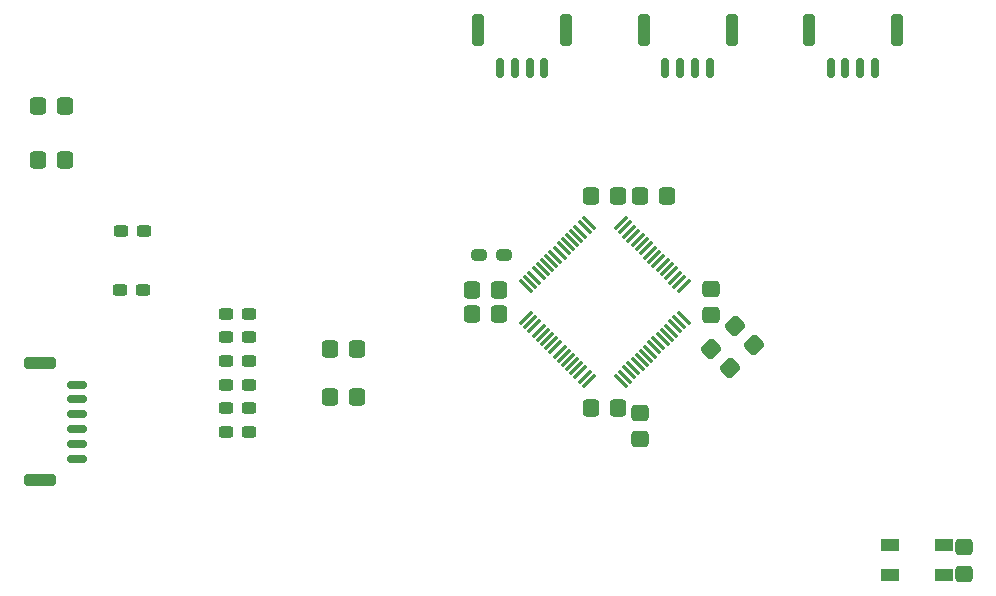
<source format=gtp>
G04 #@! TF.GenerationSoftware,KiCad,Pcbnew,7.0.9*
G04 #@! TF.CreationDate,2024-07-10T10:25:31+09:00*
G04 #@! TF.ProjectId,ODAmain,4f44416d-6169-46e2-9e6b-696361645f70,rev?*
G04 #@! TF.SameCoordinates,Original*
G04 #@! TF.FileFunction,Paste,Top*
G04 #@! TF.FilePolarity,Positive*
%FSLAX46Y46*%
G04 Gerber Fmt 4.6, Leading zero omitted, Abs format (unit mm)*
G04 Created by KiCad (PCBNEW 7.0.9) date 2024-07-10 10:25:31*
%MOMM*%
%LPD*%
G01*
G04 APERTURE LIST*
G04 Aperture macros list*
%AMRoundRect*
0 Rectangle with rounded corners*
0 $1 Rounding radius*
0 $2 $3 $4 $5 $6 $7 $8 $9 X,Y pos of 4 corners*
0 Add a 4 corners polygon primitive as box body*
4,1,4,$2,$3,$4,$5,$6,$7,$8,$9,$2,$3,0*
0 Add four circle primitives for the rounded corners*
1,1,$1+$1,$2,$3*
1,1,$1+$1,$4,$5*
1,1,$1+$1,$6,$7*
1,1,$1+$1,$8,$9*
0 Add four rect primitives between the rounded corners*
20,1,$1+$1,$2,$3,$4,$5,0*
20,1,$1+$1,$4,$5,$6,$7,0*
20,1,$1+$1,$6,$7,$8,$9,0*
20,1,$1+$1,$8,$9,$2,$3,0*%
G04 Aperture macros list end*
%ADD10RoundRect,0.292875X-0.394625X-0.432125X0.394625X-0.432125X0.394625X0.432125X-0.394625X0.432125X0*%
%ADD11RoundRect,0.250000X0.250000X1.100000X-0.250000X1.100000X-0.250000X-1.100000X0.250000X-1.100000X0*%
%ADD12RoundRect,0.150000X0.150000X0.700000X-0.150000X0.700000X-0.150000X-0.700000X0.150000X-0.700000X0*%
%ADD13RoundRect,0.292875X-0.584601X-0.026517X-0.026517X-0.584601X0.584601X0.026517X0.026517X0.584601X0*%
%ADD14RoundRect,0.237500X0.387500X0.237500X-0.387500X0.237500X-0.387500X-0.237500X0.387500X-0.237500X0*%
%ADD15RoundRect,0.292875X-0.432125X0.394625X-0.432125X-0.394625X0.432125X-0.394625X0.432125X0.394625X0*%
%ADD16R,1.500000X1.000000*%
%ADD17RoundRect,0.292875X0.394625X0.432125X-0.394625X0.432125X-0.394625X-0.432125X0.394625X-0.432125X0*%
%ADD18RoundRect,0.237500X-0.387500X-0.237500X0.387500X-0.237500X0.387500X0.237500X-0.387500X0.237500X0*%
%ADD19RoundRect,0.075000X-0.441942X-0.548008X0.548008X0.441942X0.441942X0.548008X-0.548008X-0.441942X0*%
%ADD20RoundRect,0.075000X0.441942X-0.548008X0.548008X-0.441942X-0.441942X0.548008X-0.548008X0.441942X0*%
%ADD21RoundRect,0.237500X-0.400000X-0.237500X0.400000X-0.237500X0.400000X0.237500X-0.400000X0.237500X0*%
%ADD22RoundRect,0.292875X0.432125X-0.394625X0.432125X0.394625X-0.432125X0.394625X-0.432125X-0.394625X0*%
%ADD23RoundRect,0.250000X-1.100000X0.250000X-1.100000X-0.250000X1.100000X-0.250000X1.100000X0.250000X0*%
%ADD24RoundRect,0.150000X-0.700000X0.150000X-0.700000X-0.150000X0.700000X-0.150000X0.700000X0.150000X0*%
G04 APERTURE END LIST*
D10*
X163000000Y-99000000D03*
X165275000Y-99000000D03*
X136725000Y-116000000D03*
X139000000Y-116000000D03*
D11*
X163275000Y-85000000D03*
X170725000Y-85000000D03*
D12*
X165125000Y-88200000D03*
X166375000Y-88200000D03*
X167625000Y-88200000D03*
X168875000Y-88200000D03*
D13*
X169000000Y-112000000D03*
X170608668Y-113608668D03*
D14*
X129912500Y-109000000D03*
X127962500Y-109000000D03*
D11*
X177275000Y-85010000D03*
X184725000Y-85010000D03*
D12*
X179125000Y-88210000D03*
X180375000Y-88210000D03*
X181625000Y-88210000D03*
X182875000Y-88210000D03*
D15*
X163000000Y-117362500D03*
X163000000Y-119637500D03*
D10*
X136725000Y-112000000D03*
X139000000Y-112000000D03*
D13*
X171000000Y-110000000D03*
X172608668Y-111608668D03*
D16*
X188737500Y-131112500D03*
X188737500Y-128612500D03*
X184137500Y-131112500D03*
X184137500Y-128612500D03*
D10*
X112000000Y-91440000D03*
X114275000Y-91440000D03*
D17*
X161137500Y-99000000D03*
X158862500Y-99000000D03*
D15*
X190437500Y-128725000D03*
X190437500Y-131000000D03*
D10*
X112000000Y-96000000D03*
X114275000Y-96000000D03*
D18*
X118962500Y-107000000D03*
X120912500Y-107000000D03*
D14*
X129912500Y-113000000D03*
X127962500Y-113000000D03*
X129912500Y-117000000D03*
X127962500Y-117000000D03*
D17*
X151000000Y-107000000D03*
X148725000Y-107000000D03*
D14*
X129912500Y-115000000D03*
X127962500Y-115000000D03*
D18*
X119000000Y-102000000D03*
X120950000Y-102000000D03*
D19*
X153335519Y-109361181D03*
X153689072Y-109714734D03*
X154042625Y-110068287D03*
X154396179Y-110421841D03*
X154749732Y-110775394D03*
X155103286Y-111128948D03*
X155456839Y-111482501D03*
X155810392Y-111836054D03*
X156163946Y-112189608D03*
X156517499Y-112543161D03*
X156871052Y-112896714D03*
X157224606Y-113250268D03*
X157578159Y-113603821D03*
X157931713Y-113957375D03*
X158285266Y-114310928D03*
X158638819Y-114664481D03*
D20*
X161361181Y-114664481D03*
X161714734Y-114310928D03*
X162068287Y-113957375D03*
X162421841Y-113603821D03*
X162775394Y-113250268D03*
X163128948Y-112896714D03*
X163482501Y-112543161D03*
X163836054Y-112189608D03*
X164189608Y-111836054D03*
X164543161Y-111482501D03*
X164896714Y-111128948D03*
X165250268Y-110775394D03*
X165603821Y-110421841D03*
X165957375Y-110068287D03*
X166310928Y-109714734D03*
X166664481Y-109361181D03*
D19*
X166664481Y-106638819D03*
X166310928Y-106285266D03*
X165957375Y-105931713D03*
X165603821Y-105578159D03*
X165250268Y-105224606D03*
X164896714Y-104871052D03*
X164543161Y-104517499D03*
X164189608Y-104163946D03*
X163836054Y-103810392D03*
X163482501Y-103456839D03*
X163128948Y-103103286D03*
X162775394Y-102749732D03*
X162421841Y-102396179D03*
X162068287Y-102042625D03*
X161714734Y-101689072D03*
X161361181Y-101335519D03*
D20*
X158638819Y-101335519D03*
X158285266Y-101689072D03*
X157931713Y-102042625D03*
X157578159Y-102396179D03*
X157224606Y-102749732D03*
X156871052Y-103103286D03*
X156517499Y-103456839D03*
X156163946Y-103810392D03*
X155810392Y-104163946D03*
X155456839Y-104517499D03*
X155103286Y-104871052D03*
X154749732Y-105224606D03*
X154396179Y-105578159D03*
X154042625Y-105931713D03*
X153689072Y-106285266D03*
X153335519Y-106638819D03*
D10*
X158862500Y-117000000D03*
X161137500Y-117000000D03*
D21*
X149375000Y-104000000D03*
X151500000Y-104000000D03*
D11*
X149275000Y-85000000D03*
X156725000Y-85000000D03*
D12*
X151125000Y-88200000D03*
X152375000Y-88200000D03*
X153625000Y-88200000D03*
X154875000Y-88200000D03*
D17*
X151000000Y-109000000D03*
X148725000Y-109000000D03*
D22*
X169000000Y-109137500D03*
X169000000Y-106862500D03*
D14*
X129912500Y-119000000D03*
X127962500Y-119000000D03*
D23*
X112150000Y-123100000D03*
X112150000Y-113150000D03*
D24*
X115350000Y-121250000D03*
X115350000Y-120000000D03*
X115350000Y-118750000D03*
X115350000Y-117500000D03*
X115350000Y-116250000D03*
X115350000Y-115000000D03*
D14*
X129912500Y-111000000D03*
X127962500Y-111000000D03*
M02*

</source>
